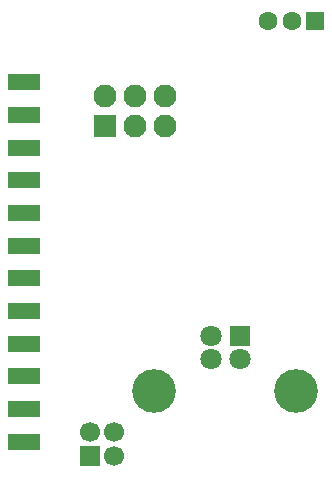
<source format=gbr>
G04 DipTrace 3.0.0.0*
G04 BottomMask.gbr*
%MOMM*%
G04 #@! TF.FileFunction,Soldermask,Bot*
G04 #@! TF.Part,Single*
%ADD22R,1.6X1.6*%
%ADD23C,1.6*%
%ADD50C,1.7*%
%ADD52R,1.7X1.7*%
%ADD54C,1.95*%
%ADD56R,1.95X1.95*%
%ADD58R,2.74X1.47*%
%ADD60C,3.7*%
%ADD62C,1.8*%
%ADD63R,1.8X1.8*%
%FSLAX35Y35*%
G04*
G71*
G90*
G75*
G01*
G04 BotMask*
%LPD*%
D63*
X3032000Y2270000D3*
D62*
X2782000D3*
Y2070000D3*
X3032000D3*
D60*
X2305000Y1799000D3*
X3509000D3*
D58*
X1202840Y4415543D3*
Y4138683D3*
Y3861823D3*
Y3584963D3*
Y3308103D3*
Y3031243D3*
Y2754383D3*
Y2477523D3*
Y2200663D3*
Y1923803D3*
Y1646943D3*
Y1370083D3*
D56*
X1889000Y4048000D3*
D54*
X2143000D3*
X2397000D3*
Y4302000D3*
X2143000D3*
X1889000D3*
D52*
X1762000Y1254000D3*
D50*
X1962000D3*
Y1454000D3*
X1762000D3*
D22*
X3667000Y4937000D3*
D23*
X3467000D3*
X3267000D3*
M02*

</source>
